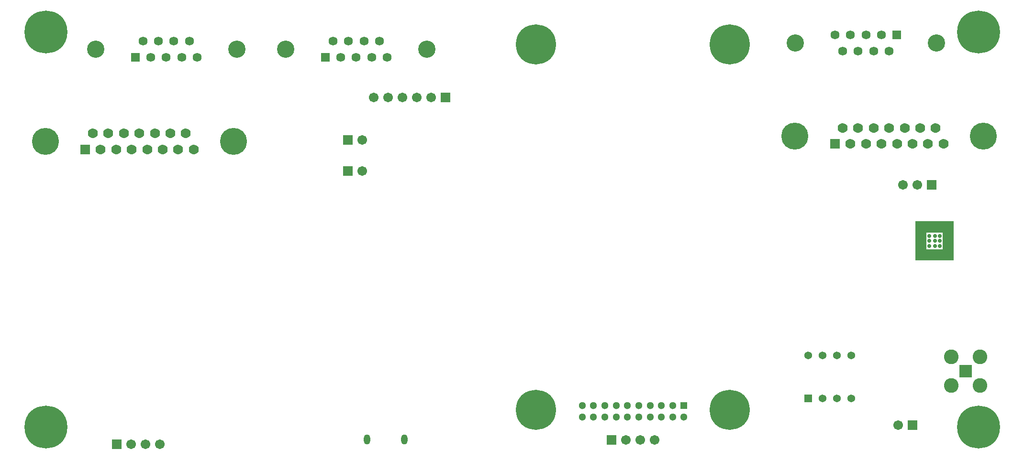
<source format=gbs>
G04*
G04 #@! TF.GenerationSoftware,Altium Limited,Altium Designer,22.1.2 (22)*
G04*
G04 Layer_Color=16711935*
%FSLAX25Y25*%
%MOIN*%
G70*
G04*
G04 #@! TF.SameCoordinates,56094753-5DA1-4506-B589-AA1800A80C84*
G04*
G04*
G04 #@! TF.FilePolarity,Negative*
G04*
G01*
G75*
%ADD94R,0.06706X0.06706*%
%ADD137C,0.02800*%
%ADD138R,0.06942X0.06942*%
%ADD139C,0.06942*%
%ADD140C,0.18812*%
%ADD141C,0.06260*%
%ADD142R,0.06260X0.06260*%
%ADD143C,0.12008*%
%ADD144C,0.27965*%
%ADD145C,0.05118*%
%ADD146R,0.05118X0.05118*%
%ADD147C,0.06706*%
%ADD148C,0.05367*%
%ADD149R,0.05367X0.05367*%
%ADD150O,0.04343X0.07099*%
%ADD151R,0.09150X0.09150*%
%ADD152C,0.10243*%
%ADD153C,0.29934*%
G36*
X632314Y116448D02*
X605543D01*
Y143614D01*
X632314D01*
Y116448D01*
D02*
G37*
%LPC*%
G36*
X613417Y135533D02*
Y124135D01*
X617240D01*
X624736Y124135D01*
X624735Y135533D01*
X613417Y135533D01*
D02*
G37*
%LPD*%
D94*
X394074Y-9000D02*
D03*
X278504Y230055D02*
D03*
X49243Y-12000D02*
D03*
X210385Y178829D02*
D03*
X210340Y200223D02*
D03*
X617118Y169097D02*
D03*
X603688Y1293D02*
D03*
D137*
X615385Y129834D02*
D03*
Y133377D02*
D03*
Y126291D02*
D03*
X622865Y129834D02*
D03*
Y133377D02*
D03*
Y126291D02*
D03*
X619322D02*
D03*
Y133377D02*
D03*
Y129834D02*
D03*
D138*
X549653Y197529D02*
D03*
X27339Y193819D02*
D03*
D139*
X560440Y197529D02*
D03*
X571228D02*
D03*
X582015D02*
D03*
X592881D02*
D03*
X603669D02*
D03*
X614456D02*
D03*
X625244D02*
D03*
X555047Y208711D02*
D03*
X565834D02*
D03*
X576661D02*
D03*
X587448D02*
D03*
X598236D02*
D03*
X609062D02*
D03*
X619850D02*
D03*
X97536Y205000D02*
D03*
X86749D02*
D03*
X75922D02*
D03*
X65135D02*
D03*
X54347D02*
D03*
X43520D02*
D03*
X32733D02*
D03*
X102930Y193819D02*
D03*
X92142D02*
D03*
X81355D02*
D03*
X70568D02*
D03*
X59701D02*
D03*
X48914D02*
D03*
X38127D02*
D03*
D140*
X521858Y203120D02*
D03*
X653039D02*
D03*
X130725Y199409D02*
D03*
X-456D02*
D03*
D141*
X232354Y269292D02*
D03*
X221567D02*
D03*
X210780D02*
D03*
X199992D02*
D03*
X237748Y258111D02*
D03*
X226961D02*
D03*
X216173D02*
D03*
X205386D02*
D03*
X555047Y262424D02*
D03*
X565834D02*
D03*
X576622D02*
D03*
X587409D02*
D03*
X549653Y273605D02*
D03*
X560441D02*
D03*
X571228D02*
D03*
X582015D02*
D03*
X73000Y258067D02*
D03*
X83787D02*
D03*
X94575D02*
D03*
X105362D02*
D03*
X67606Y269248D02*
D03*
X78394D02*
D03*
X89181D02*
D03*
X99969D02*
D03*
D142*
X194598Y258111D02*
D03*
X592803Y273605D02*
D03*
X62213Y258067D02*
D03*
D143*
X167000Y263702D02*
D03*
X265386D02*
D03*
X620401Y268014D02*
D03*
X522015D02*
D03*
X133000Y263658D02*
D03*
X34614D02*
D03*
D144*
X341500Y12144D02*
D03*
X476500Y267144D02*
D03*
X476500Y12144D02*
D03*
X341500Y267144D02*
D03*
D145*
X373634Y7144D02*
D03*
X381508D02*
D03*
X389382D02*
D03*
X397256D02*
D03*
X405130D02*
D03*
X413004D02*
D03*
X420878D02*
D03*
X428752D02*
D03*
X436626D02*
D03*
X444500D02*
D03*
X373634Y15018D02*
D03*
X381508D02*
D03*
X389382D02*
D03*
X397256D02*
D03*
X405130D02*
D03*
X413004D02*
D03*
X420878D02*
D03*
X428752D02*
D03*
X436626D02*
D03*
D146*
X444500D02*
D03*
D147*
X424074Y-9000D02*
D03*
X414074D02*
D03*
X404073D02*
D03*
X268504Y230055D02*
D03*
X258504D02*
D03*
X248504D02*
D03*
X238504D02*
D03*
X228504D02*
D03*
X79243Y-12000D02*
D03*
X69243D02*
D03*
X59243D02*
D03*
X220385Y178829D02*
D03*
X220340Y200223D02*
D03*
X607118Y169097D02*
D03*
X597118D02*
D03*
X593688Y1293D02*
D03*
D148*
X531111Y50057D02*
D03*
X541111D02*
D03*
X551111D02*
D03*
X561111D02*
D03*
Y20057D02*
D03*
X551111D02*
D03*
X541111D02*
D03*
D149*
X531111D02*
D03*
D150*
X249659Y-8747D02*
D03*
X223675D02*
D03*
D151*
X640744Y38853D02*
D03*
D152*
X650744Y28853D02*
D03*
X630744D02*
D03*
Y48853D02*
D03*
X650744D02*
D03*
D153*
X649606Y0D02*
D03*
Y275590D02*
D03*
X0Y0D02*
D03*
Y275590D02*
D03*
M02*

</source>
